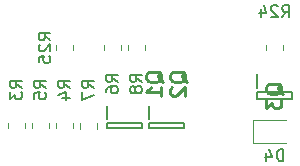
<source format=gbr>
%TF.GenerationSoftware,KiCad,Pcbnew,(6.0.0)*%
%TF.CreationDate,2022-01-02T18:39:14+01:00*%
%TF.ProjectId,esp-door-phone-monitor-v2,6573702d-646f-46f7-922d-70686f6e652d,rev?*%
%TF.SameCoordinates,Original*%
%TF.FileFunction,Legend,Bot*%
%TF.FilePolarity,Positive*%
%FSLAX46Y46*%
G04 Gerber Fmt 4.6, Leading zero omitted, Abs format (unit mm)*
G04 Created by KiCad (PCBNEW (6.0.0)) date 2022-01-02 18:39:14*
%MOMM*%
%LPD*%
G01*
G04 APERTURE LIST*
%ADD10C,0.150000*%
%ADD11C,0.254000*%
%ADD12C,0.120000*%
%ADD13C,0.200000*%
G04 APERTURE END LIST*
D10*
%TO.C,R6*%
X125928380Y-98893333D02*
X125452190Y-98560000D01*
X125928380Y-98321904D02*
X124928380Y-98321904D01*
X124928380Y-98702857D01*
X124976000Y-98798095D01*
X125023619Y-98845714D01*
X125118857Y-98893333D01*
X125261714Y-98893333D01*
X125356952Y-98845714D01*
X125404571Y-98798095D01*
X125452190Y-98702857D01*
X125452190Y-98321904D01*
X124928380Y-99750476D02*
X124928380Y-99560000D01*
X124976000Y-99464761D01*
X125023619Y-99417142D01*
X125166476Y-99321904D01*
X125356952Y-99274285D01*
X125737904Y-99274285D01*
X125833142Y-99321904D01*
X125880761Y-99369523D01*
X125928380Y-99464761D01*
X125928380Y-99655238D01*
X125880761Y-99750476D01*
X125833142Y-99798095D01*
X125737904Y-99845714D01*
X125499809Y-99845714D01*
X125404571Y-99798095D01*
X125356952Y-99750476D01*
X125309333Y-99655238D01*
X125309333Y-99464761D01*
X125356952Y-99369523D01*
X125404571Y-99321904D01*
X125499809Y-99274285D01*
D11*
%TO.C,Q3*%
X139887476Y-99955047D02*
X139827000Y-99834095D01*
X139706047Y-99713142D01*
X139524619Y-99531714D01*
X139464142Y-99410761D01*
X139464142Y-99289809D01*
X139766523Y-99350285D02*
X139706047Y-99229333D01*
X139585095Y-99108380D01*
X139343190Y-99047904D01*
X138919857Y-99047904D01*
X138677952Y-99108380D01*
X138557000Y-99229333D01*
X138496523Y-99350285D01*
X138496523Y-99592190D01*
X138557000Y-99713142D01*
X138677952Y-99834095D01*
X138919857Y-99894571D01*
X139343190Y-99894571D01*
X139585095Y-99834095D01*
X139706047Y-99713142D01*
X139766523Y-99592190D01*
X139766523Y-99350285D01*
X138496523Y-100317904D02*
X138496523Y-101104095D01*
X138980333Y-100680761D01*
X138980333Y-100862190D01*
X139040809Y-100983142D01*
X139101285Y-101043619D01*
X139222238Y-101104095D01*
X139524619Y-101104095D01*
X139645571Y-101043619D01*
X139706047Y-100983142D01*
X139766523Y-100862190D01*
X139766523Y-100499333D01*
X139706047Y-100378380D01*
X139645571Y-100317904D01*
D10*
%TO.C,R5*%
X119832380Y-99401333D02*
X119356190Y-99068000D01*
X119832380Y-98829904D02*
X118832380Y-98829904D01*
X118832380Y-99210857D01*
X118880000Y-99306095D01*
X118927619Y-99353714D01*
X119022857Y-99401333D01*
X119165714Y-99401333D01*
X119260952Y-99353714D01*
X119308571Y-99306095D01*
X119356190Y-99210857D01*
X119356190Y-98829904D01*
X118832380Y-100306095D02*
X118832380Y-99829904D01*
X119308571Y-99782285D01*
X119260952Y-99829904D01*
X119213333Y-99925142D01*
X119213333Y-100163238D01*
X119260952Y-100258476D01*
X119308571Y-100306095D01*
X119403809Y-100353714D01*
X119641904Y-100353714D01*
X119737142Y-100306095D01*
X119784761Y-100258476D01*
X119832380Y-100163238D01*
X119832380Y-99925142D01*
X119784761Y-99829904D01*
X119737142Y-99782285D01*
%TO.C,R3*%
X117800380Y-99401333D02*
X117324190Y-99068000D01*
X117800380Y-98829904D02*
X116800380Y-98829904D01*
X116800380Y-99210857D01*
X116848000Y-99306095D01*
X116895619Y-99353714D01*
X116990857Y-99401333D01*
X117133714Y-99401333D01*
X117228952Y-99353714D01*
X117276571Y-99306095D01*
X117324190Y-99210857D01*
X117324190Y-98829904D01*
X116800380Y-99734666D02*
X116800380Y-100353714D01*
X117181333Y-100020380D01*
X117181333Y-100163238D01*
X117228952Y-100258476D01*
X117276571Y-100306095D01*
X117371809Y-100353714D01*
X117609904Y-100353714D01*
X117705142Y-100306095D01*
X117752761Y-100258476D01*
X117800380Y-100163238D01*
X117800380Y-99877523D01*
X117752761Y-99782285D01*
X117705142Y-99734666D01*
D11*
%TO.C,Q1*%
X129727476Y-98939047D02*
X129667000Y-98818095D01*
X129546047Y-98697142D01*
X129364619Y-98515714D01*
X129304142Y-98394761D01*
X129304142Y-98273809D01*
X129606523Y-98334285D02*
X129546047Y-98213333D01*
X129425095Y-98092380D01*
X129183190Y-98031904D01*
X128759857Y-98031904D01*
X128517952Y-98092380D01*
X128397000Y-98213333D01*
X128336523Y-98334285D01*
X128336523Y-98576190D01*
X128397000Y-98697142D01*
X128517952Y-98818095D01*
X128759857Y-98878571D01*
X129183190Y-98878571D01*
X129425095Y-98818095D01*
X129546047Y-98697142D01*
X129606523Y-98576190D01*
X129606523Y-98334285D01*
X129606523Y-100088095D02*
X129606523Y-99362380D01*
X129606523Y-99725238D02*
X128336523Y-99725238D01*
X128517952Y-99604285D01*
X128638904Y-99483333D01*
X128699380Y-99362380D01*
%TO.C,Q2*%
X131759476Y-98939047D02*
X131699000Y-98818095D01*
X131578047Y-98697142D01*
X131396619Y-98515714D01*
X131336142Y-98394761D01*
X131336142Y-98273809D01*
X131638523Y-98334285D02*
X131578047Y-98213333D01*
X131457095Y-98092380D01*
X131215190Y-98031904D01*
X130791857Y-98031904D01*
X130549952Y-98092380D01*
X130429000Y-98213333D01*
X130368523Y-98334285D01*
X130368523Y-98576190D01*
X130429000Y-98697142D01*
X130549952Y-98818095D01*
X130791857Y-98878571D01*
X131215190Y-98878571D01*
X131457095Y-98818095D01*
X131578047Y-98697142D01*
X131638523Y-98576190D01*
X131638523Y-98334285D01*
X130489476Y-99362380D02*
X130429000Y-99422857D01*
X130368523Y-99543809D01*
X130368523Y-99846190D01*
X130429000Y-99967142D01*
X130489476Y-100027619D01*
X130610428Y-100088095D01*
X130731380Y-100088095D01*
X130912809Y-100027619D01*
X131638523Y-99301904D01*
X131638523Y-100088095D01*
D10*
%TO.C,R8*%
X127960380Y-98893333D02*
X127484190Y-98560000D01*
X127960380Y-98321904D02*
X126960380Y-98321904D01*
X126960380Y-98702857D01*
X127008000Y-98798095D01*
X127055619Y-98845714D01*
X127150857Y-98893333D01*
X127293714Y-98893333D01*
X127388952Y-98845714D01*
X127436571Y-98798095D01*
X127484190Y-98702857D01*
X127484190Y-98321904D01*
X127388952Y-99464761D02*
X127341333Y-99369523D01*
X127293714Y-99321904D01*
X127198476Y-99274285D01*
X127150857Y-99274285D01*
X127055619Y-99321904D01*
X127008000Y-99369523D01*
X126960380Y-99464761D01*
X126960380Y-99655238D01*
X127008000Y-99750476D01*
X127055619Y-99798095D01*
X127150857Y-99845714D01*
X127198476Y-99845714D01*
X127293714Y-99798095D01*
X127341333Y-99750476D01*
X127388952Y-99655238D01*
X127388952Y-99464761D01*
X127436571Y-99369523D01*
X127484190Y-99321904D01*
X127579428Y-99274285D01*
X127769904Y-99274285D01*
X127865142Y-99321904D01*
X127912761Y-99369523D01*
X127960380Y-99464761D01*
X127960380Y-99655238D01*
X127912761Y-99750476D01*
X127865142Y-99798095D01*
X127769904Y-99845714D01*
X127579428Y-99845714D01*
X127484190Y-99798095D01*
X127436571Y-99750476D01*
X127388952Y-99655238D01*
%TO.C,D4*%
X139930095Y-105608380D02*
X139930095Y-104608380D01*
X139692000Y-104608380D01*
X139549142Y-104656000D01*
X139453904Y-104751238D01*
X139406285Y-104846476D01*
X139358666Y-105036952D01*
X139358666Y-105179809D01*
X139406285Y-105370285D01*
X139453904Y-105465523D01*
X139549142Y-105560761D01*
X139692000Y-105608380D01*
X139930095Y-105608380D01*
X138501523Y-104941714D02*
X138501523Y-105608380D01*
X138739619Y-104560761D02*
X138977714Y-105275047D01*
X138358666Y-105275047D01*
%TO.C,R25*%
X120214380Y-95369142D02*
X119738190Y-95035809D01*
X120214380Y-94797714D02*
X119214380Y-94797714D01*
X119214380Y-95178666D01*
X119262000Y-95273904D01*
X119309619Y-95321523D01*
X119404857Y-95369142D01*
X119547714Y-95369142D01*
X119642952Y-95321523D01*
X119690571Y-95273904D01*
X119738190Y-95178666D01*
X119738190Y-94797714D01*
X119309619Y-95750095D02*
X119262000Y-95797714D01*
X119214380Y-95892952D01*
X119214380Y-96131047D01*
X119262000Y-96226285D01*
X119309619Y-96273904D01*
X119404857Y-96321523D01*
X119500095Y-96321523D01*
X119642952Y-96273904D01*
X120214380Y-95702476D01*
X120214380Y-96321523D01*
X119214380Y-97226285D02*
X119214380Y-96750095D01*
X119690571Y-96702476D01*
X119642952Y-96750095D01*
X119595333Y-96845333D01*
X119595333Y-97083428D01*
X119642952Y-97178666D01*
X119690571Y-97226285D01*
X119785809Y-97273904D01*
X120023904Y-97273904D01*
X120119142Y-97226285D01*
X120166761Y-97178666D01*
X120214380Y-97083428D01*
X120214380Y-96845333D01*
X120166761Y-96750095D01*
X120119142Y-96702476D01*
%TO.C,R24*%
X139834857Y-93416380D02*
X140168190Y-92940190D01*
X140406285Y-93416380D02*
X140406285Y-92416380D01*
X140025333Y-92416380D01*
X139930095Y-92464000D01*
X139882476Y-92511619D01*
X139834857Y-92606857D01*
X139834857Y-92749714D01*
X139882476Y-92844952D01*
X139930095Y-92892571D01*
X140025333Y-92940190D01*
X140406285Y-92940190D01*
X139453904Y-92511619D02*
X139406285Y-92464000D01*
X139311047Y-92416380D01*
X139072952Y-92416380D01*
X138977714Y-92464000D01*
X138930095Y-92511619D01*
X138882476Y-92606857D01*
X138882476Y-92702095D01*
X138930095Y-92844952D01*
X139501523Y-93416380D01*
X138882476Y-93416380D01*
X138025333Y-92749714D02*
X138025333Y-93416380D01*
X138263428Y-92368761D02*
X138501523Y-93083047D01*
X137882476Y-93083047D01*
%TO.C,R7*%
X123896380Y-99401333D02*
X123420190Y-99068000D01*
X123896380Y-98829904D02*
X122896380Y-98829904D01*
X122896380Y-99210857D01*
X122944000Y-99306095D01*
X122991619Y-99353714D01*
X123086857Y-99401333D01*
X123229714Y-99401333D01*
X123324952Y-99353714D01*
X123372571Y-99306095D01*
X123420190Y-99210857D01*
X123420190Y-98829904D01*
X122896380Y-99734666D02*
X122896380Y-100401333D01*
X123896380Y-99972761D01*
%TO.C,R4*%
X121864380Y-99401333D02*
X121388190Y-99068000D01*
X121864380Y-98829904D02*
X120864380Y-98829904D01*
X120864380Y-99210857D01*
X120912000Y-99306095D01*
X120959619Y-99353714D01*
X121054857Y-99401333D01*
X121197714Y-99401333D01*
X121292952Y-99353714D01*
X121340571Y-99306095D01*
X121388190Y-99210857D01*
X121388190Y-98829904D01*
X121197714Y-100258476D02*
X121864380Y-100258476D01*
X120816761Y-100020380D02*
X121531047Y-99782285D01*
X121531047Y-100401333D01*
D12*
%TO.C,R6*%
X126211000Y-96239064D02*
X126211000Y-95784936D01*
X124741000Y-96239064D02*
X124741000Y-95784936D01*
D13*
%TO.C,Q3*%
X137717000Y-99776000D02*
X137717000Y-100376000D01*
X140667000Y-99776000D02*
X137717000Y-99776000D01*
X140667000Y-100376000D02*
X140667000Y-99776000D01*
X137717000Y-100376000D02*
X140667000Y-100376000D01*
X137692000Y-98226000D02*
X137692000Y-99426000D01*
D12*
%TO.C,R5*%
X120115000Y-102843064D02*
X120115000Y-102388936D01*
X118645000Y-102843064D02*
X118645000Y-102388936D01*
%TO.C,R3*%
X118083000Y-102388936D02*
X118083000Y-102843064D01*
X116613000Y-102388936D02*
X116613000Y-102843064D01*
D13*
%TO.C,Q1*%
X127942000Y-102416000D02*
X125042000Y-102416000D01*
X124992000Y-100966000D02*
X124992000Y-102066000D01*
X125042000Y-102416000D02*
X125042000Y-102816000D01*
X127942000Y-102816000D02*
X127942000Y-102416000D01*
X125042000Y-102816000D02*
X127942000Y-102816000D01*
%TO.C,Q2*%
X128598000Y-102416000D02*
X128598000Y-102816000D01*
X128598000Y-102816000D02*
X131498000Y-102816000D01*
X131498000Y-102416000D02*
X128598000Y-102416000D01*
X131498000Y-102816000D02*
X131498000Y-102416000D01*
X128548000Y-100966000D02*
X128548000Y-102066000D01*
D12*
%TO.C,R8*%
X126773000Y-96239064D02*
X126773000Y-95784936D01*
X128243000Y-96239064D02*
X128243000Y-95784936D01*
%TO.C,D4*%
X137332000Y-102164000D02*
X140192000Y-102164000D01*
X140192000Y-104084000D02*
X137332000Y-104084000D01*
X137332000Y-104084000D02*
X137332000Y-102164000D01*
%TO.C,R25*%
X122147000Y-95784936D02*
X122147000Y-96239064D01*
X120677000Y-95784936D02*
X120677000Y-96239064D01*
%TO.C,R24*%
X138457000Y-95784936D02*
X138457000Y-96239064D01*
X139927000Y-95784936D02*
X139927000Y-96239064D01*
%TO.C,R7*%
X124179000Y-102859064D02*
X124179000Y-102404936D01*
X122709000Y-102859064D02*
X122709000Y-102404936D01*
%TO.C,R4*%
X120677000Y-102388936D02*
X120677000Y-102843064D01*
X122147000Y-102388936D02*
X122147000Y-102843064D01*
%TD*%
M02*

</source>
